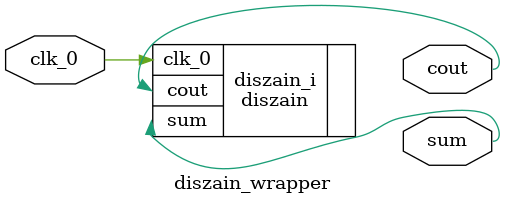
<source format=v>
`timescale 1 ps / 1 ps

module diszain_wrapper
   (clk_0,
    cout,
    sum);
  input clk_0;
  output [0:0]cout;
  output [0:0]sum;

  wire clk_0;
  wire [0:0]cout;
  wire [0:0]sum;

  diszain diszain_i
       (.clk_0(clk_0),
        .cout(cout),
        .sum(sum));
endmodule

</source>
